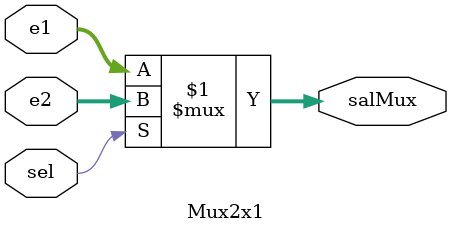
<source format=v>
module Mux2x1 (
    input [31:0] e1,    // Primera entrada
    input [31:0] e2,    // Segunda entrada
    input sel,          // Señal de selección
    output [31:0] salMux // Salida seleccionada
);

    assign salMux = sel ? e2 : e1; // Si sel es 1, selecciona e2, de lo contrario selecciona e1

endmodule

</source>
